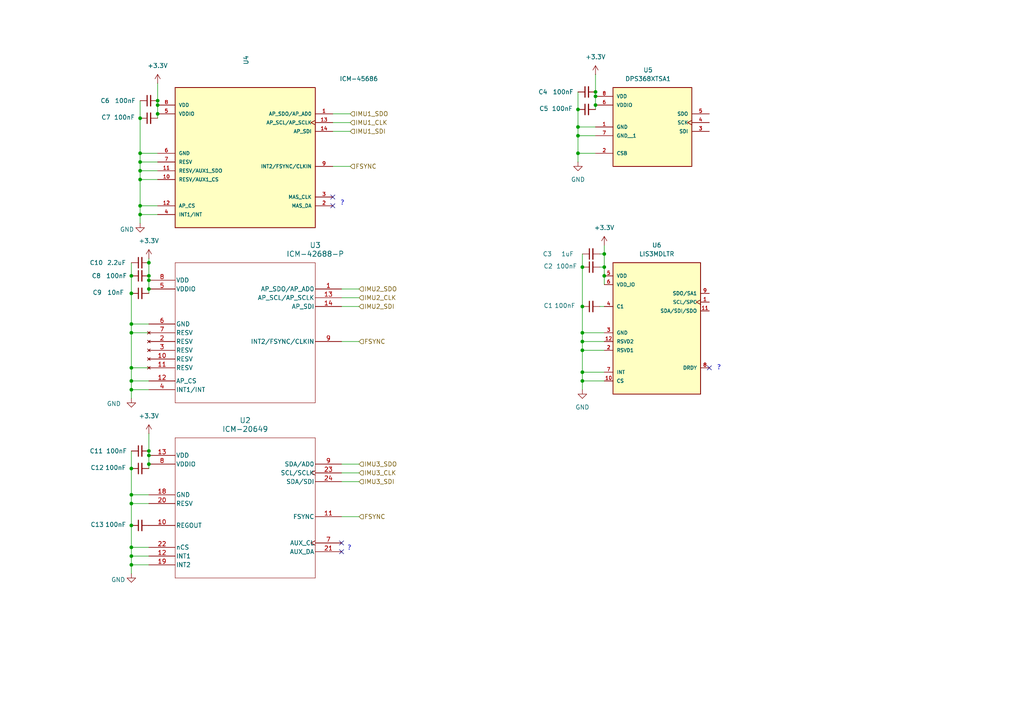
<source format=kicad_sch>
(kicad_sch (version 20250114) (generator "eeschema") (generator_version "9.0")
  (paper "A4")
  (lib_symbols
    (symbol "Device:C_Small" (pin_numbers (hide yes)) (pin_names (offset 0.254) (hide yes))
      (property "Reference" "C" (at 0.254 1.778 0))
      (property "Value" "C_Small" (at 0.254 -2.032 0))
      (symbol "C_Small_0_1"
        (polyline (pts (xy -1.524 0.508) (xy 1.524 0.508)) (stroke (width 0.3048)))
        (polyline (pts (xy -1.524 -0.508) (xy 1.524 -0.508)) (stroke (width 0.3302)))
      )
      (symbol "C_Small_1_1"
        (pin passive line (at 0 2.54 270) (length 2.032) (name "~") (number "1"))
        (pin passive line (at 0 -2.54 90) (length 2.032) (name "~") (number "2"))
      )
    )
    (symbol "Snapeda:DPS368XTSA1" (pin_names (offset 1.016))
      (property "Reference" "U5" (at 0 15.24 0))
      (property "Value" "DPS368XTSA1" (at 0 12.7 0))
      (symbol "DPS368XTSA1_0_0"
        (rectangle (start -12.7 10.16) (end 10.16 -12.7) (stroke (width 0.254)) (fill (type background)))
        (pin output line (at -17.78 2.54 0) (length 5.08) (name "SDO") (number "5"))
        (pin input clock (at -17.78 0 0) (length 5.08) (name "SCK") (number "4"))
        (pin input line (at -17.78 -2.54 0) (length 5.08) (name "SDI") (number "3"))
        (pin power_in line (at 15.24 7.62 180) (length 5.08) (name "VDD") (number "8"))
        (pin power_in line (at 15.24 5.08 180) (length 5.08) (name "VDDIO") (number "6"))
        (pin power_in line (at 15.24 -1.27 180) (length 5.08) (name "GND") (number "1"))
        (pin power_in line (at 15.24 -3.81 180) (length 5.08) (name "GND__1") (number "7"))
        (pin input line (at 15.24 -8.89 180) (length 5.08) (name "CSB") (number "2"))
      )
    )
    (symbol "Snapeda:ICM-20649" (pin_names (offset 0.254))
      (property "Reference" "U2" (at 27.94 10.16 0))
      (property "Value" "ICM-20649" (at 27.94 7.62 0))
      (symbol "ICM-20649_0_1"
        (polyline (pts (xy 7.62 5.08) (xy 7.62 -35.56)) (stroke (width 0.127)))
        (polyline (pts (xy 7.62 -35.56) (xy 48.26 -35.56)) (stroke (width 0.127)))
        (polyline (pts (xy 48.26 5.08) (xy 7.62 5.08)) (stroke (width 0.127)))
        (polyline (pts (xy 48.26 -35.56) (xy 48.26 5.08)) (stroke (width 0.127)))
        (pin power_in line (at 0 0 0) (length 7.62) (name "VDD") (number "13"))
        (pin power_in line (at 0 -2.54 0) (length 7.62) (name "VDDIO") (number "8"))
        (pin power_out line (at 0 -11.43 0) (length 7.62) (name "GND") (number "18"))
        (pin power_out line (at 0 -13.97 0) (length 7.62) (name "RESV") (number "20"))
        (pin output line (at 0 -20.32 0) (length 7.62) (name "REGOUT") (number "10"))
        (pin unspecified line (at 0 -26.67 0) (length 7.62) (name "nCS") (number "22"))
        (pin bidirectional line (at 0 -29.21 0) (length 7.62) (name "INT1") (number "12"))
        (pin bidirectional line (at 0 -31.75 0) (length 7.62) (name "INT2") (number "19"))
        (pin no_connect line (at 2.54 2.54 0) (length 7.62) (hide yes) (name "NC") (number "1"))
        (pin no_connect line (at 2.54 2.54 0) (length 7.62) (hide yes) (name "NC") (number "14"))
        (pin no_connect line (at 2.54 2.54 0) (length 7.62) (hide yes) (name "NC") (number "15"))
        (pin no_connect line (at 2.54 2.54 0) (length 7.62) (hide yes) (name "NC") (number "16"))
        (pin no_connect line (at 2.54 2.54 0) (length 7.62) (hide yes) (name "NC") (number "17"))
        (pin no_connect line (at 2.54 2.54 0) (length 7.62) (hide yes) (name "NC") (number "2"))
        (pin no_connect line (at 2.54 2.54 0) (length 7.62) (hide yes) (name "NC") (number "3"))
        (pin no_connect line (at 2.54 2.54 0) (length 7.62) (hide yes) (name "NC") (number "4"))
        (pin no_connect line (at 2.54 2.54 0) (length 7.62) (hide yes) (name "NC") (number "5"))
        (pin no_connect line (at 2.54 2.54 0) (length 7.62) (hide yes) (name "NC") (number "6"))
        (pin bidirectional line (at 55.88 -2.54 180) (length 7.62) (name "SDA/AD0") (number "9"))
        (pin unspecified clock (at 55.88 -5.08 180) (length 7.62) (name "SCL/SCLK") (number "23"))
        (pin unspecified line (at 55.88 -7.62 180) (length 7.62) (name "SDA/SDI") (number "24"))
        (pin input line (at 55.88 -17.78 180) (length 7.62) (name "FSYNC") (number "11"))
        (pin unspecified clock (at 55.88 -25.4 180) (length 7.62) (name "AUX_CL") (number "7"))
        (pin unspecified line (at 55.88 -27.94 180) (length 7.62) (name "AUX_DA") (number "21"))
      )
    )
    (symbol "Snapeda:ICM-42688-P" (pin_names (offset 0.254))
      (property "Reference" "U3" (at 48.26 10.16 0))
      (property "Value" "ICM-42688-P" (at 48.26 7.62 0))
      (symbol "ICM-42688-P_0_1"
        (polyline (pts (xy 7.62 5.08) (xy 7.62 -35.56)) (stroke (width 0.127)))
        (polyline (pts (xy 7.62 -35.56) (xy 48.26 -35.56)) (stroke (width 0.127)))
        (polyline (pts (xy 48.26 5.08) (xy 7.62 5.08)) (stroke (width 0.127)))
        (polyline (pts (xy 48.26 -35.56) (xy 48.26 5.08)) (stroke (width 0.127)))
        (pin power_in line (at 0 0 0) (length 7.62) (name "VDD") (number "8"))
        (pin power_in line (at 0 -2.54 0) (length 7.62) (name "VDDIO") (number "5"))
        (pin power_out line (at 0 -12.7 0) (length 7.62) (name "GND") (number "6"))
        (pin no_connect line (at 0 -15.24 0) (length 7.62) (name "RESV") (number "7"))
        (pin no_connect line (at 0 -17.78 0) (length 7.62) (name "RESV") (number "2"))
        (pin no_connect line (at 0 -20.32 0) (length 7.62) (name "RESV") (number "3"))
        (pin no_connect line (at 0 -22.86 0) (length 7.62) (name "RESV") (number "10"))
        (pin no_connect line (at 0 -25.4 0) (length 7.62) (name "RESV") (number "11"))
        (pin unspecified line (at 0 -29.21 0) (length 7.62) (name "AP_CS") (number "12"))
        (pin bidirectional line (at 0 -31.75 0) (length 7.62) (name "INT1/INT") (number "4"))
        (pin bidirectional line (at 55.88 -2.54 180) (length 7.62) (name "AP_SDO/AP_AD0") (number "1"))
        (pin unspecified line (at 55.88 -5.08 180) (length 7.62) (name "AP_SCL/AP_SCLK") (number "13"))
        (pin bidirectional line (at 55.88 -17.78 180) (length 7.62) (name "INT2/FSYNC/CLKIN") (number "9"))
      )
      (symbol "ICM-42688-P_1_1"
        (pin unspecified line (at 55.88 -7.62 180) (length 7.62) (name "AP_SDI") (number "14"))
      )
    )
    (symbol "Snapeda:ICM-45686" (pin_names (offset 1.016))
      (property "Reference" "U4" (at 20.574 6.604 90))
      (property "Value" "ICM-45686" (at 47.6886 2.54 0))
      (symbol "ICM-45686_0_0"
        (rectangle (start 0 0) (end 40.64 -40.64) (stroke (width 0.254)) (fill (type background)))
        (pin power_in line (at -5.08 -5.08 0) (length 5.08) (name "VDD") (number "8"))
        (pin power_in line (at -5.08 -7.62 0) (length 5.08) (name "VDDIO") (number "5"))
        (pin power_in line (at -5.08 -19.05 0) (length 5.08) (name "GND") (number "6"))
        (pin passive line (at -5.08 -21.59 0) (length 5.08) (name "RESV") (number "7"))
        (pin output line (at -5.08 -24.13 0) (length 5.08) (name "RESV/AUX1_SDO") (number "11"))
        (pin input line (at -5.08 -26.67 0) (length 5.08) (name "RESV/AUX1_CS") (number "10"))
        (pin input line (at -5.08 -34.29 0) (length 5.08) (name "AP_CS") (number "12"))
        (pin output line (at -5.08 -36.83 0) (length 5.08) (name "INT1/INT") (number "4"))
        (pin bidirectional line (at 45.72 -7.62 180) (length 5.08) (name "AP_SDO/AP_AD0") (number "1"))
        (pin input clock (at 45.72 -10.16 180) (length 5.08) (name "AP_SCL/AP_SCLK") (number "13"))
        (pin bidirectional line (at 45.72 -22.86 180) (length 5.08) (name "INT2/FSYNC/CLKIN") (number "9"))
      )
      (symbol "ICM-45686_1_0"
        (pin bidirectional line (at 45.72 -12.7 180) (length 5.08) (name "AP_SDI") (number "14"))
        (pin bidirectional line (at 45.72 -31.75 180) (length 5.08) (name "MAS_CLK") (number "3"))
        (pin bidirectional line (at 45.72 -34.29 180) (length 5.08) (name "MAS_DA") (number "2"))
      )
    )
    (symbol "Snapeda:LIS3MDLTR" (pin_names (offset 1.016))
      (property "Reference" "U6" (at 0 22.86 0))
      (property "Value" "LIS3MDLTR" (at 0 20.32 0))
      (symbol "LIS3MDLTR_0_0"
        (rectangle (start -12.7 -20.32) (end 12.7 17.78) (stroke (width 0.254)) (fill (type background)))
        (pin power_in line (at -15.24 13.97 0) (length 2.54) (name "VDD") (number "5"))
        (pin power_in line (at -15.24 11.43 0) (length 2.54) (name "VDD_IO") (number "6"))
        (pin passive line (at -15.24 5.08 0) (length 2.54) (name "C1") (number "4"))
        (pin power_in line (at -15.24 -2.54 0) (length 2.54) (name "GND") (number "3"))
        (pin passive line (at -15.24 -5.08 0) (length 2.54) (name "RSVD2") (number "12"))
        (pin passive line (at -15.24 -7.62 0) (length 2.54) (name "RSVD1") (number "2"))
        (pin output line (at -15.24 -13.97 0) (length 2.54) (name "INT") (number "7"))
        (pin input line (at -15.24 -16.51 0) (length 2.54) (name "CS") (number "10"))
        (pin bidirectional line (at 15.24 8.89 180) (length 2.54) (name "SDO/SA1") (number "9"))
        (pin input clock (at 15.24 6.35 180) (length 2.54) (name "SCL/SPC") (number "1"))
        (pin bidirectional line (at 15.24 3.81 180) (length 2.54) (name "SDA/SDI/SDO") (number "11"))
        (pin output line (at 15.24 -12.7 180) (length 2.54) (name "DRDY") (number "8"))
      )
    )
    (symbol "power:+3.3V" (power) (pin_numbers (hide yes)) (pin_names (offset 0) (hide yes))
      (property "Value" "+3.3V" (at 0 3.556 0))
      (symbol "+3.3V_0_1"
        (polyline (pts (xy -0.762 1.27) (xy 0 2.54)))
        (polyline (pts (xy 0 2.54) (xy 0.762 1.27)))
        (polyline (pts (xy 0 0) (xy 0 2.54)))
      )
      (symbol "+3.3V_1_1"
        (pin power_in line (at 0 0 90) (length 0) (name "~") (number "1"))
      )
    )
    (symbol "power:GND" (power) (pin_numbers (hide yes)) (pin_names (offset 0) (hide yes))
      (property "Value" "GND" (at 0 -3.81 0))
      (symbol "GND_0_1"
        (polyline (pts (xy 0 0) (xy 0 -1.27) (xy 1.27 -1.27) (xy 0 -2.54) (xy -1.27 -1.27) (xy 0 -1.27)))
      )
      (symbol "GND_1_1"
        (pin power_in line (at 0 0 270) (length 0) (name "~") (number "1"))
      )
    )
  )
  (text "?" (at 101.346 159.004 0) (effects (font (size 1.27 1.27))))
  (text "?" (at 99.314 58.928 0) (effects (font (size 1.27 1.27))))
  (text "?" (at 208.534 106.68 0) (effects (font (size 1.27 1.27))))
  (junction (at 40.64 49.53))
  (junction (at 38.1 96.52))
  (junction (at 168.91 88.9))
  (junction (at 40.64 44.45))
  (junction (at 43.18 80.01))
  (junction (at 43.18 81.28))
  (junction (at 168.91 77.47))
  (junction (at 172.72 30.48))
  (junction (at 172.72 27.94))
  (junction (at 43.18 76.2))
  (junction (at 167.64 31.75))
  (junction (at 38.1 143.51))
  (junction (at 38.1 163.83))
  (junction (at 168.91 96.52))
  (junction (at 43.18 83.82))
  (junction (at 43.18 130.81))
  (junction (at 40.64 46.99))
  (junction (at 38.1 85.09))
  (junction (at 168.91 110.49))
  (junction (at 40.64 52.07))
  (junction (at 175.26 80.01))
  (junction (at 38.1 152.4))
  (junction (at 38.1 135.89))
  (junction (at 40.64 62.23))
  (junction (at 175.26 73.66))
  (junction (at 38.1 106.68))
  (junction (at 168.91 101.6))
  (junction (at 38.1 158.75))
  (junction (at 167.64 39.37))
  (junction (at 43.18 134.62))
  (junction (at 40.64 34.29))
  (junction (at 45.72 29.21))
  (junction (at 45.72 30.48))
  (junction (at 168.91 99.06))
  (junction (at 167.64 36.83))
  (junction (at 38.1 80.01))
  (junction (at 38.1 113.03))
  (junction (at 38.1 161.29))
  (junction (at 172.72 26.67))
  (junction (at 175.26 77.47))
  (junction (at 168.91 107.95))
  (junction (at 38.1 93.98))
  (junction (at 38.1 146.05))
  (junction (at 38.1 110.49))
  (junction (at 40.64 59.69))
  (junction (at 167.64 44.45))
  (junction (at 43.18 132.08))
  (junction (at 45.72 33.02))
  (no_connect (at 205.74 106.68))
  (no_connect (at 99.06 160.02))
  (no_connect (at 99.06 157.48))
  (no_connect (at 96.52 59.69))
  (no_connect (at 96.52 57.15))
  (wire (pts (xy 99.06 99.06) (xy 104.14 99.06)))
  (wire (pts (xy 175.26 73.66) (xy 175.26 77.47)))
  (wire (pts (xy 99.06 139.7) (xy 104.14 139.7)))
  (wire (pts (xy 173.99 73.66) (xy 175.26 73.66)))
  (wire (pts (xy 40.64 52.07) (xy 40.64 59.69)))
  (wire (pts (xy 40.64 59.69) (xy 40.64 62.23)))
  (wire (pts (xy 38.1 143.51) (xy 43.18 143.51)))
  (wire (pts (xy 38.1 163.83) (xy 43.18 163.83)))
  (wire (pts (xy 45.72 29.21) (xy 45.72 30.48)))
  (wire (pts (xy 173.99 88.9) (xy 175.26 88.9)))
  (wire (pts (xy 40.64 62.23) (xy 40.64 64.77)))
  (wire (pts (xy 172.72 26.67) (xy 172.72 27.94)))
  (wire (pts (xy 40.64 29.21) (xy 40.64 34.29)))
  (wire (pts (xy 99.06 137.16) (xy 104.14 137.16)))
  (wire (pts (xy 38.1 146.05) (xy 43.18 146.05)))
  (wire (pts (xy 167.64 44.45) (xy 167.64 46.99)))
  (wire (pts (xy 40.64 52.07) (xy 45.72 52.07)))
  (wire (pts (xy 43.18 81.28) (xy 43.18 83.82)))
  (wire (pts (xy 167.64 39.37) (xy 167.64 44.45)))
  (wire (pts (xy 38.1 76.2) (xy 38.1 80.01)))
  (wire (pts (xy 168.91 99.06) (xy 175.26 99.06)))
  (wire (pts (xy 167.64 36.83) (xy 167.64 39.37)))
  (wire (pts (xy 172.72 39.37) (xy 167.64 39.37)))
  (wire (pts (xy 99.06 88.9) (xy 104.14 88.9)))
  (wire (pts (xy 99.06 134.62) (xy 104.14 134.62)))
  (wire (pts (xy 168.91 101.6) (xy 175.26 101.6)))
  (wire (pts (xy 43.18 130.81) (xy 43.18 132.08)))
  (wire (pts (xy 40.64 46.99) (xy 45.72 46.99)))
  (wire (pts (xy 175.26 110.49) (xy 168.91 110.49)))
  (wire (pts (xy 172.72 44.45) (xy 167.64 44.45)))
  (wire (pts (xy 40.64 44.45) (xy 40.64 46.99)))
  (wire (pts (xy 45.72 34.29) (xy 45.72 33.02)))
  (wire (pts (xy 168.91 73.66) (xy 168.91 77.47)))
  (wire (pts (xy 38.1 146.05) (xy 38.1 152.4)))
  (wire (pts (xy 38.1 161.29) (xy 38.1 163.83)))
  (wire (pts (xy 40.64 49.53) (xy 40.64 52.07)))
  (wire (pts (xy 96.52 38.1) (xy 101.6 38.1)))
  (wire (pts (xy 38.1 152.4) (xy 38.1 158.75)))
  (wire (pts (xy 175.26 77.47) (xy 175.26 80.01)))
  (wire (pts (xy 38.1 106.68) (xy 43.18 106.68)))
  (wire (pts (xy 40.64 59.69) (xy 45.72 59.69)))
  (wire (pts (xy 168.91 99.06) (xy 168.91 96.52)))
  (wire (pts (xy 168.91 107.95) (xy 168.91 110.49)))
  (wire (pts (xy 43.18 125.73) (xy 43.18 130.81)))
  (wire (pts (xy 43.18 85.09) (xy 43.18 83.82)))
  (wire (pts (xy 96.52 35.56) (xy 101.6 35.56)))
  (wire (pts (xy 45.72 30.48) (xy 45.72 33.02)))
  (wire (pts (xy 172.72 31.75) (xy 172.72 30.48)))
  (wire (pts (xy 43.18 135.89) (xy 43.18 134.62)))
  (wire (pts (xy 43.18 74.93) (xy 43.18 76.2)))
  (wire (pts (xy 175.26 107.95) (xy 168.91 107.95)))
  (wire (pts (xy 167.64 31.75) (xy 167.64 36.83)))
  (wire (pts (xy 40.64 49.53) (xy 45.72 49.53)))
  (wire (pts (xy 43.18 132.08) (xy 43.18 134.62)))
  (wire (pts (xy 38.1 113.03) (xy 38.1 115.57)))
  (wire (pts (xy 38.1 93.98) (xy 38.1 96.52)))
  (wire (pts (xy 38.1 93.98) (xy 43.18 93.98)))
  (wire (pts (xy 99.06 86.36) (xy 104.14 86.36)))
  (wire (pts (xy 43.18 80.01) (xy 43.18 81.28)))
  (wire (pts (xy 96.52 48.26) (xy 101.6 48.26)))
  (wire (pts (xy 38.1 96.52) (xy 43.18 96.52)))
  (wire (pts (xy 38.1 106.68) (xy 38.1 110.49)))
  (wire (pts (xy 40.64 62.23) (xy 45.72 62.23)))
  (wire (pts (xy 168.91 77.47) (xy 168.91 88.9)))
  (wire (pts (xy 99.06 149.86) (xy 104.14 149.86)))
  (wire (pts (xy 40.64 46.99) (xy 40.64 49.53)))
  (wire (pts (xy 96.52 33.02) (xy 101.6 33.02)))
  (wire (pts (xy 168.91 110.49) (xy 168.91 113.03)))
  (wire (pts (xy 40.64 44.45) (xy 45.72 44.45)))
  (wire (pts (xy 167.64 26.67) (xy 167.64 31.75)))
  (wire (pts (xy 175.26 71.12) (xy 175.26 73.66)))
  (wire (pts (xy 99.06 83.82) (xy 104.14 83.82)))
  (wire (pts (xy 38.1 143.51) (xy 38.1 146.05)))
  (wire (pts (xy 168.91 88.9) (xy 168.91 96.52)))
  (wire (pts (xy 43.18 76.2) (xy 43.18 80.01)))
  (wire (pts (xy 172.72 36.83) (xy 167.64 36.83)))
  (wire (pts (xy 38.1 85.09) (xy 38.1 93.98)))
  (wire (pts (xy 38.1 110.49) (xy 43.18 110.49)))
  (wire (pts (xy 168.91 101.6) (xy 168.91 107.95)))
  (wire (pts (xy 45.72 24.13) (xy 45.72 29.21)))
  (wire (pts (xy 175.26 80.01) (xy 175.26 82.55)))
  (wire (pts (xy 38.1 161.29) (xy 43.18 161.29)))
  (wire (pts (xy 38.1 135.89) (xy 38.1 143.51)))
  (wire (pts (xy 38.1 163.83) (xy 38.1 166.37)))
  (wire (pts (xy 38.1 110.49) (xy 38.1 113.03)))
  (wire (pts (xy 38.1 158.75) (xy 38.1 161.29)))
  (wire (pts (xy 38.1 80.01) (xy 38.1 85.09)))
  (wire (pts (xy 168.91 96.52) (xy 175.26 96.52)))
  (wire (pts (xy 173.99 77.47) (xy 175.26 77.47)))
  (wire (pts (xy 172.72 21.59) (xy 172.72 26.67)))
  (wire (pts (xy 38.1 113.03) (xy 43.18 113.03)))
  (wire (pts (xy 38.1 130.81) (xy 38.1 135.89)))
  (wire (pts (xy 38.1 158.75) (xy 43.18 158.75)))
  (wire (pts (xy 40.64 34.29) (xy 40.64 44.45)))
  (wire (pts (xy 172.72 27.94) (xy 172.72 30.48)))
  (wire (pts (xy 38.1 96.52) (xy 38.1 106.68)))
  (wire (pts (xy 168.91 101.6) (xy 168.91 99.06)))
  (hierarchical_label "IMU2_SDO" (shape input) (at 104.14 83.82 0))
  (hierarchical_label "IMU2_SDI" (shape input) (at 104.14 88.9 0))
  (hierarchical_label "FSYNC" (shape input) (at 104.14 149.86 0))
  (hierarchical_label "FSYNC" (shape input) (at 104.14 99.06 0))
  (hierarchical_label "IMU1_SDO" (shape input) (at 101.6 33.02 0))
  (hierarchical_label "FSYNC" (shape input) (at 101.6 48.26 0))
  (hierarchical_label "IMU1_CLK" (shape input) (at 101.6 35.56 0))
  (hierarchical_label "IMU3_SDO" (shape input) (at 104.14 134.62 0))
  (hierarchical_label "IMU3_CLK" (shape input) (at 104.14 137.16 0))
  (hierarchical_label "IMU2_CLK" (shape input) (at 104.14 86.36 0))
  (hierarchical_label "IMU1_SDI" (shape input) (at 101.6 38.1 0))
  (hierarchical_label "IMU3_SDI" (shape input) (at 104.14 139.7 0))
  (symbol (lib_id "Device:C_Small") (at 40.64 76.2 90) (unit 1)
    (property "Reference" "C10" (at 27.94 76.2 90))
    (property "Value" "2.2uF" (at 33.782 76.2 90))
    (property "Description" "Unpolarized capacitor, small symbol" (effects (hide yes)))
  )
  (symbol (lib_id "power:GND") (at 38.1 115.57 0) (unit 1)
    (property "Reference" "#PWR06" (effects (hide yes)))
    (property "Value" "GND" (at 33.02 117.094 0))
    (property "Description" "Power symbol creates a global label with name \"GND\" , ground" (effects (hide yes)))
  )
  (symbol (lib_id "Snapeda:ICM-20649") (at 43.18 132.08 0) (unit 1)
    (property "Reference" "U2" (at 71.12 121.92 0) (effects (font (size 1.524 1.524))))
    (property "Value" "ICM-20649" (at 71.12 124.46 0) (effects (font (size 1.524 1.524))))
    (property "Footprint" "Snapeda:QFN24_3X3X0P9_IVS" (effects (hide yes)))
    (property "Datasheet" "ICM-20649" (effects (hide yes)))
  )
  (symbol (lib_id "power:+3.3V") (at 45.72 24.13 0) (unit 1)
    (property "Reference" "#PWR08" (effects (hide yes)))
    (property "Value" "+3.3V" (at 45.72 19.05 0))
    (property "Description" "Power symbol creates a global label with name \"+3.3V\"" (effects (hide yes)))
  )
  (symbol (lib_id "power:+3.3V") (at 172.72 21.59 0) (unit 1)
    (property "Reference" "#PWR03" (effects (hide yes)))
    (property "Value" "+3.3V" (at 172.72 16.51 0))
    (property "Description" "Power symbol creates a global label with name \"+3.3V\"" (effects (hide yes)))
  )
  (symbol (lib_id "Device:C_Small") (at 40.64 135.89 90) (unit 1)
    (property "Reference" "C12" (at 28.194 135.636 90))
    (property "Value" "100nF" (at 33.528 135.636 90))
    (property "Description" "Unpolarized capacitor, small symbol" (effects (hide yes)))
  )
  (symbol (lib_id "Device:C_Small") (at 40.64 152.4 90) (unit 1)
    (property "Reference" "C13" (at 28.194 152.146 90))
    (property "Value" "100nF" (at 33.528 152.146 90))
    (property "Description" "Unpolarized capacitor, small symbol" (effects (hide yes)))
  )
  (symbol (lib_id "power:+3.3V") (at 43.18 74.93 0) (unit 1)
    (property "Reference" "#PWR09" (effects (hide yes)))
    (property "Value" "+3.3V" (at 43.18 69.85 0))
    (property "Description" "Power symbol creates a global label with name \"+3.3V\"" (effects (hide yes)))
  )
  (symbol (lib_id "power:+3.3V") (at 43.18 125.73 0) (unit 1)
    (property "Reference" "#PWR010" (effects (hide yes)))
    (property "Value" "+3.3V" (at 43.18 120.65 0))
    (property "Description" "Power symbol creates a global label with name \"+3.3V\"" (effects (hide yes)))
  )
  (symbol (lib_id "Device:C_Small") (at 171.45 73.66 90) (unit 1)
    (property "Reference" "C3" (at 158.75 73.66 90))
    (property "Value" "1uF" (at 164.592 73.66 90))
    (property "Description" "Unpolarized capacitor, small symbol" (effects (hide yes)))
  )
  (symbol (lib_id "power:GND") (at 168.91 113.03 0) (unit 1)
    (property "Reference" "#PWR02" (effects (hide yes)))
    (property "Value" "GND" (at 168.91 118.11 0))
    (property "Description" "Power symbol creates a global label with name \"GND\" , ground" (effects (hide yes)))
  )
  (symbol (lib_id "power:GND") (at 167.64 46.99 0) (unit 1)
    (property "Reference" "#PWR04" (effects (hide yes)))
    (property "Value" "GND" (at 167.64 52.07 0))
    (property "Description" "Power symbol creates a global label with name \"GND\" , ground" (effects (hide yes)))
  )
  (symbol (lib_id "power:+3.3V") (at 175.26 71.12 0) (unit 1)
    (property "Reference" "#PWR01" (effects (hide yes)))
    (property "Value" "+3.3V" (at 175.26 66.04 0))
    (property "Description" "Power symbol creates a global label with name \"+3.3V\"" (effects (hide yes)))
  )
  (symbol (lib_id "Snapeda:DPS368XTSA1") (at 187.96 35.56 0) (mirror y) (unit 1)
    (property "Reference" "U5" (at 187.96 20.32 0))
    (property "Value" "DPS368XTSA1" (at 187.96 22.86 0))
    (property "Footprint" "Snapeda:DPS368XTSA1_XDCR_DPS368XTSA1" (effects (hide yes)))
    (property "MF" "Infineon Technologies" (effects (hide yes)))
    (property "DESCRIPTION" "Package dimensions: 8-pin LGA, 2.0 x 2.5 x 1.1 mm3 | Operation range: Pressure: 3001200 hPa Temperature: -4085C | Precision: 0.002 hPa _or 0.02 m_ | Rel. accuracy: 0.06 hPa _or 0.5 m_ | Abs. accuracy: 1 hPa _or 8 m_ | Temperature accuracy: 0.5C | Avg. current consumption: 1.7 A_pressure measurement_ @1Hzsampling rate, standby: 0.5 A. | Integrated FIFO | Interface: I2C and SPI_both with optional interrupt_" (effects (hide yes)))
    (property "PACKAGE" "VFLGA-8 Infineon Technologies" (effects (hide yes)))
    (property "PRICE" "None" (effects (hide yes)))
    (property "MP" "DPS368XTSA1" (effects (hide yes)))
    (property "AVAILABILITY" "Unavailable" (effects (hide yes)))
  )
  (symbol (lib_id "Snapeda:LIS3MDLTR") (at 190.5 93.98 0) (unit 1)
    (property "Reference" "U6" (at 190.5 71.12 0))
    (property "Value" "LIS3MDLTR" (at 190.5 73.66 0))
    (property "Footprint" "Snapeda:LIS3MDLTR_XDCR_LIS3MDLTR" (effects (hide yes)))
    (property "MF" "STMicroelectronics" (effects (hide yes)))
    (property "DESCRIPTION" "LIS3MDL Series 3 Axis ±2/±8/±12/±16 g 3.6V High Performance Magnetometer LGA-12" (effects (hide yes)))
    (property "PACKAGE" "VFLGA-12 STMicroelectronics" (effects (hide yes)))
    (property "PRICE" "None" (effects (hide yes)))
    (property "STANDARD" "Manufacturer Recommendation" (effects (hide yes)))
    (property "PARTREV" "6" (effects (hide yes)))
    (property "MP" "LIS3MDLTR" (effects (hide yes)))
    (property "AVAILABILITY" "Unavailable" (effects (hide yes)))
    (property "MAXIMUM_PACKAGE_HEIGHT" "1mm" (effects (hide yes)))
  )
  (symbol (lib_id "Device:C_Small") (at 170.18 26.67 90) (unit 1)
    (property "Reference" "C4" (at 157.48 26.67 90))
    (property "Value" "100nF" (at 163.322 26.67 90))
    (property "Description" "Unpolarized capacitor, small symbol" (effects (hide yes)))
  )
  (symbol (lib_id "power:GND") (at 40.64 64.77 0) (unit 1)
    (property "Reference" "#PWR05" (effects (hide yes)))
    (property "Value" "GND" (at 36.83 66.548 0))
    (property "Description" "Power symbol creates a global label with name \"GND\" , ground" (effects (hide yes)))
  )
  (symbol (lib_id "Device:C_Small") (at 43.18 34.29 90) (unit 1)
    (property "Reference" "C7" (at 30.734 34.036 90))
    (property "Value" "100nF" (at 36.068 34.036 90))
    (property "Description" "Unpolarized capacitor, small symbol" (effects (hide yes)))
  )
  (symbol (lib_id "Device:C_Small") (at 40.64 85.09 90) (unit 1)
    (property "Reference" "C9" (at 28.194 84.836 90))
    (property "Value" "10nF" (at 33.528 84.836 90))
    (property "Description" "Unpolarized capacitor, small symbol" (effects (hide yes)))
  )
  (symbol (lib_id "Device:C_Small") (at 40.64 80.01 90) (unit 1)
    (property "Reference" "C8" (at 27.94 80.01 90))
    (property "Value" "100nF" (at 33.782 80.01 90))
    (property "Description" "Unpolarized capacitor, small symbol" (effects (hide yes)))
  )
  (symbol (lib_id "Device:C_Small") (at 170.18 31.75 90) (unit 1)
    (property "Reference" "C5" (at 157.734 31.496 90))
    (property "Value" "100nF" (at 163.068 31.496 90))
    (property "Description" "Unpolarized capacitor, small symbol" (effects (hide yes)))
  )
  (symbol (lib_id "Device:C_Small") (at 40.64 130.81 90) (unit 1)
    (property "Reference" "C11" (at 27.94 130.81 90))
    (property "Value" "100nF" (at 33.782 130.81 90))
    (property "Description" "Unpolarized capacitor, small symbol" (effects (hide yes)))
  )
  (symbol (lib_id "Snapeda:ICM-45686") (at 50.8 25.4 0) (unit 1)
    (property "Reference" "U4" (at 71.374 18.796 90) (effects (justify left)))
    (property "Value" "ICM-45686" (at 98.4886 22.86 0) (effects (justify left)))
    (property "Footprint" "Snapeda:ICM-45686_IC_ICM-45686" (effects (hide yes)))
    (property "PARTREV" "0.2" (effects (hide yes)))
    (property "STANDARD" "Manufacturer Recommendations" (effects (hide yes)))
    (property "MAXIMUM_PACKAGE_HEIGHT" "0.86mm" (effects (hide yes)))
    (property "MANUFACTURER" "TDK InvenSense" (effects (hide yes)))
  )
  (symbol (lib_id "Device:C_Small") (at 43.18 29.21 90) (unit 1)
    (property "Reference" "C6" (at 30.48 29.21 90))
    (property "Value" "100nF" (at 36.322 29.21 90))
    (property "Description" "Unpolarized capacitor, small symbol" (effects (hide yes)))
  )
  (symbol (lib_id "power:GND") (at 38.1 166.37 0) (unit 1)
    (property "Reference" "#PWR07" (effects (hide yes)))
    (property "Value" "GND" (at 34.29 168.148 0))
    (property "Description" "Power symbol creates a global label with name \"GND\" , ground" (effects (hide yes)))
  )
  (symbol (lib_id "Device:C_Small") (at 171.45 77.47 90) (unit 1)
    (property "Reference" "C2" (at 159.004 77.216 90))
    (property "Value" "100nF" (at 164.338 77.216 90))
    (property "Description" "Unpolarized capacitor, small symbol" (effects (hide yes)))
  )
  (symbol (lib_id "Device:C_Small") (at 171.45 88.9 90) (unit 1)
    (property "Reference" "C1" (at 159.004 88.646 90))
    (property "Value" "100nF" (at 163.83 88.646 90))
    (property "Description" "Unpolarized capacitor, small symbol" (effects (hide yes)))
  )
  (symbol (lib_id "Snapeda:ICM-42688-P") (at 43.18 81.28 0) (unit 1)
    (property "Reference" "U3" (at 91.44 71.12 0) (effects (font (size 1.524 1.524))))
    (property "Value" "ICM-42688-P" (at 91.44 73.66 0) (effects (font (size 1.524 1.524))))
    (property "Footprint" "Snapeda:LGA14_2P5X3X0P91_TDK" (effects (hide yes)))
    (property "Datasheet" "ICM-42688-P" (effects (hide yes)))
  )
)
</source>
